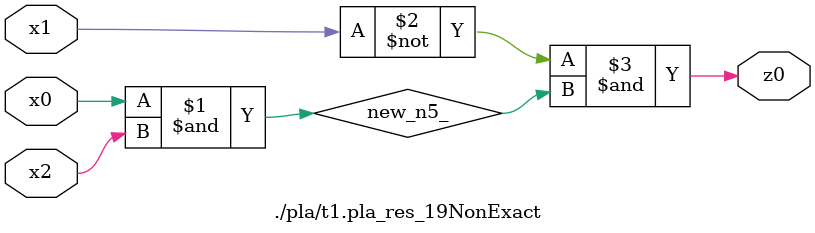
<source format=v>

module \./pla/t1.pla_res_19NonExact  ( 
    x0, x1, x2,
    z0  );
  input  x0, x1, x2;
  output z0;
  wire new_n5_;
  assign new_n5_ = x0 & x2;
  assign z0 = ~x1 & new_n5_;
endmodule



</source>
